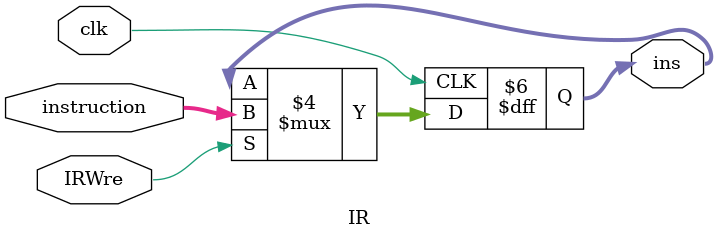
<source format=v>
`timescale 1ns / 1ps


module IR(
    input [31:0] instruction,
    input IRWre,
    input clk,
    output reg [31:0] ins
    );
    always @ (negedge clk) begin
    if(IRWre == 1)
        ins = instruction;
    end
        
endmodule

</source>
